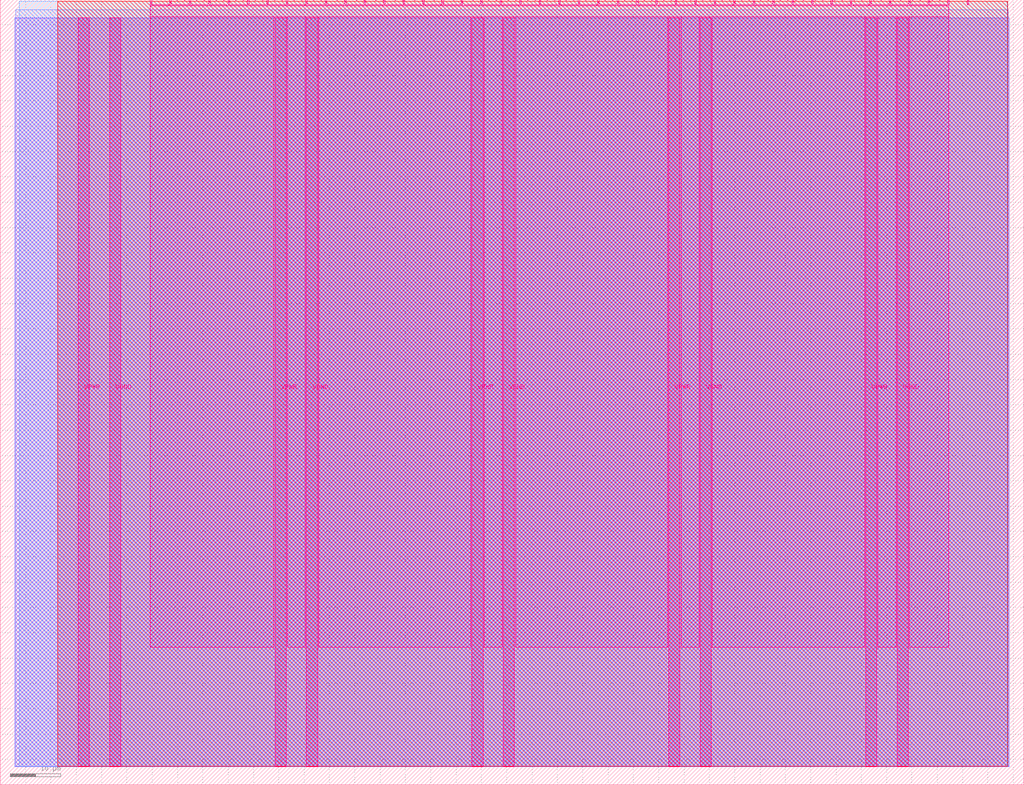
<source format=lef>
VERSION 5.7 ;
  NOWIREEXTENSIONATPIN ON ;
  DIVIDERCHAR "/" ;
  BUSBITCHARS "[]" ;
MACRO tt_um_vga_clock
  CLASS BLOCK ;
  FOREIGN tt_um_vga_clock ;
  ORIGIN 0.000 0.000 ;
  SIZE 202.080 BY 154.980 ;
  PIN VGND
    DIRECTION INOUT ;
    USE GROUND ;
    PORT
      LAYER Metal5 ;
        RECT 21.580 3.560 23.780 151.420 ;
    END
    PORT
      LAYER Metal5 ;
        RECT 60.450 3.560 62.650 151.420 ;
    END
    PORT
      LAYER Metal5 ;
        RECT 99.320 3.560 101.520 151.420 ;
    END
    PORT
      LAYER Metal5 ;
        RECT 138.190 3.560 140.390 151.420 ;
    END
    PORT
      LAYER Metal5 ;
        RECT 177.060 3.560 179.260 151.420 ;
    END
  END VGND
  PIN VPWR
    DIRECTION INOUT ;
    USE POWER ;
    PORT
      LAYER Metal5 ;
        RECT 15.380 3.560 17.580 151.420 ;
    END
    PORT
      LAYER Metal5 ;
        RECT 54.250 3.560 56.450 151.420 ;
    END
    PORT
      LAYER Metal5 ;
        RECT 93.120 3.560 95.320 151.420 ;
    END
    PORT
      LAYER Metal5 ;
        RECT 131.990 3.560 134.190 151.420 ;
    END
    PORT
      LAYER Metal5 ;
        RECT 170.860 3.560 173.060 151.420 ;
    END
  END VPWR
  PIN clk
    DIRECTION INPUT ;
    USE SIGNAL ;
    ANTENNAGATEAREA 0.213200 ;
    PORT
      LAYER Metal5 ;
        RECT 187.050 153.980 187.350 154.980 ;
    END
  END clk
  PIN ena
    DIRECTION INPUT ;
    USE SIGNAL ;
    PORT
      LAYER Metal5 ;
        RECT 190.890 153.980 191.190 154.980 ;
    END
  END ena
  PIN rst_n
    DIRECTION INPUT ;
    USE SIGNAL ;
    ANTENNAGATEAREA 0.426400 ;
    PORT
      LAYER Metal5 ;
        RECT 183.210 153.980 183.510 154.980 ;
    END
  END rst_n
  PIN ui_in[0]
    DIRECTION INPUT ;
    USE SIGNAL ;
    ANTENNAGATEAREA 0.213200 ;
    PORT
      LAYER Metal5 ;
        RECT 179.370 153.980 179.670 154.980 ;
    END
  END ui_in[0]
  PIN ui_in[1]
    DIRECTION INPUT ;
    USE SIGNAL ;
    ANTENNAGATEAREA 0.180700 ;
    PORT
      LAYER Metal5 ;
        RECT 175.530 153.980 175.830 154.980 ;
    END
  END ui_in[1]
  PIN ui_in[2]
    DIRECTION INPUT ;
    USE SIGNAL ;
    ANTENNAGATEAREA 0.213200 ;
    PORT
      LAYER Metal5 ;
        RECT 171.690 153.980 171.990 154.980 ;
    END
  END ui_in[2]
  PIN ui_in[3]
    DIRECTION INPUT ;
    USE SIGNAL ;
    ANTENNAGATEAREA 0.180700 ;
    PORT
      LAYER Metal5 ;
        RECT 167.850 153.980 168.150 154.980 ;
    END
  END ui_in[3]
  PIN ui_in[4]
    DIRECTION INPUT ;
    USE SIGNAL ;
    PORT
      LAYER Metal5 ;
        RECT 164.010 153.980 164.310 154.980 ;
    END
  END ui_in[4]
  PIN ui_in[5]
    DIRECTION INPUT ;
    USE SIGNAL ;
    PORT
      LAYER Metal5 ;
        RECT 160.170 153.980 160.470 154.980 ;
    END
  END ui_in[5]
  PIN ui_in[6]
    DIRECTION INPUT ;
    USE SIGNAL ;
    PORT
      LAYER Metal5 ;
        RECT 156.330 153.980 156.630 154.980 ;
    END
  END ui_in[6]
  PIN ui_in[7]
    DIRECTION INPUT ;
    USE SIGNAL ;
    PORT
      LAYER Metal5 ;
        RECT 152.490 153.980 152.790 154.980 ;
    END
  END ui_in[7]
  PIN uio_in[0]
    DIRECTION INPUT ;
    USE SIGNAL ;
    PORT
      LAYER Metal5 ;
        RECT 148.650 153.980 148.950 154.980 ;
    END
  END uio_in[0]
  PIN uio_in[1]
    DIRECTION INPUT ;
    USE SIGNAL ;
    PORT
      LAYER Metal5 ;
        RECT 144.810 153.980 145.110 154.980 ;
    END
  END uio_in[1]
  PIN uio_in[2]
    DIRECTION INPUT ;
    USE SIGNAL ;
    PORT
      LAYER Metal5 ;
        RECT 140.970 153.980 141.270 154.980 ;
    END
  END uio_in[2]
  PIN uio_in[3]
    DIRECTION INPUT ;
    USE SIGNAL ;
    PORT
      LAYER Metal5 ;
        RECT 137.130 153.980 137.430 154.980 ;
    END
  END uio_in[3]
  PIN uio_in[4]
    DIRECTION INPUT ;
    USE SIGNAL ;
    PORT
      LAYER Metal5 ;
        RECT 133.290 153.980 133.590 154.980 ;
    END
  END uio_in[4]
  PIN uio_in[5]
    DIRECTION INPUT ;
    USE SIGNAL ;
    PORT
      LAYER Metal5 ;
        RECT 129.450 153.980 129.750 154.980 ;
    END
  END uio_in[5]
  PIN uio_in[6]
    DIRECTION INPUT ;
    USE SIGNAL ;
    PORT
      LAYER Metal5 ;
        RECT 125.610 153.980 125.910 154.980 ;
    END
  END uio_in[6]
  PIN uio_in[7]
    DIRECTION INPUT ;
    USE SIGNAL ;
    PORT
      LAYER Metal5 ;
        RECT 121.770 153.980 122.070 154.980 ;
    END
  END uio_in[7]
  PIN uio_oe[0]
    DIRECTION OUTPUT ;
    USE SIGNAL ;
    ANTENNADIFFAREA 0.299200 ;
    PORT
      LAYER Metal5 ;
        RECT 56.490 153.980 56.790 154.980 ;
    END
  END uio_oe[0]
  PIN uio_oe[1]
    DIRECTION OUTPUT ;
    USE SIGNAL ;
    ANTENNADIFFAREA 0.299200 ;
    PORT
      LAYER Metal5 ;
        RECT 52.650 153.980 52.950 154.980 ;
    END
  END uio_oe[1]
  PIN uio_oe[2]
    DIRECTION OUTPUT ;
    USE SIGNAL ;
    ANTENNADIFFAREA 0.299200 ;
    PORT
      LAYER Metal5 ;
        RECT 48.810 153.980 49.110 154.980 ;
    END
  END uio_oe[2]
  PIN uio_oe[3]
    DIRECTION OUTPUT ;
    USE SIGNAL ;
    ANTENNADIFFAREA 0.299200 ;
    PORT
      LAYER Metal5 ;
        RECT 44.970 153.980 45.270 154.980 ;
    END
  END uio_oe[3]
  PIN uio_oe[4]
    DIRECTION OUTPUT ;
    USE SIGNAL ;
    ANTENNADIFFAREA 0.299200 ;
    PORT
      LAYER Metal5 ;
        RECT 41.130 153.980 41.430 154.980 ;
    END
  END uio_oe[4]
  PIN uio_oe[5]
    DIRECTION OUTPUT ;
    USE SIGNAL ;
    ANTENNADIFFAREA 0.299200 ;
    PORT
      LAYER Metal5 ;
        RECT 37.290 153.980 37.590 154.980 ;
    END
  END uio_oe[5]
  PIN uio_oe[6]
    DIRECTION OUTPUT ;
    USE SIGNAL ;
    ANTENNADIFFAREA 0.299200 ;
    PORT
      LAYER Metal5 ;
        RECT 33.450 153.980 33.750 154.980 ;
    END
  END uio_oe[6]
  PIN uio_oe[7]
    DIRECTION OUTPUT ;
    USE SIGNAL ;
    ANTENNADIFFAREA 0.299200 ;
    PORT
      LAYER Metal5 ;
        RECT 29.610 153.980 29.910 154.980 ;
    END
  END uio_oe[7]
  PIN uio_out[0]
    DIRECTION OUTPUT ;
    USE SIGNAL ;
    ANTENNADIFFAREA 0.299200 ;
    PORT
      LAYER Metal5 ;
        RECT 87.210 153.980 87.510 154.980 ;
    END
  END uio_out[0]
  PIN uio_out[1]
    DIRECTION OUTPUT ;
    USE SIGNAL ;
    ANTENNADIFFAREA 0.299200 ;
    PORT
      LAYER Metal5 ;
        RECT 83.370 153.980 83.670 154.980 ;
    END
  END uio_out[1]
  PIN uio_out[2]
    DIRECTION OUTPUT ;
    USE SIGNAL ;
    ANTENNADIFFAREA 0.299200 ;
    PORT
      LAYER Metal5 ;
        RECT 79.530 153.980 79.830 154.980 ;
    END
  END uio_out[2]
  PIN uio_out[3]
    DIRECTION OUTPUT ;
    USE SIGNAL ;
    ANTENNADIFFAREA 0.299200 ;
    PORT
      LAYER Metal5 ;
        RECT 75.690 153.980 75.990 154.980 ;
    END
  END uio_out[3]
  PIN uio_out[4]
    DIRECTION OUTPUT ;
    USE SIGNAL ;
    ANTENNADIFFAREA 0.299200 ;
    PORT
      LAYER Metal5 ;
        RECT 71.850 153.980 72.150 154.980 ;
    END
  END uio_out[4]
  PIN uio_out[5]
    DIRECTION OUTPUT ;
    USE SIGNAL ;
    ANTENNADIFFAREA 0.299200 ;
    PORT
      LAYER Metal5 ;
        RECT 68.010 153.980 68.310 154.980 ;
    END
  END uio_out[5]
  PIN uio_out[6]
    DIRECTION OUTPUT ;
    USE SIGNAL ;
    ANTENNADIFFAREA 0.299200 ;
    PORT
      LAYER Metal5 ;
        RECT 64.170 153.980 64.470 154.980 ;
    END
  END uio_out[6]
  PIN uio_out[7]
    DIRECTION OUTPUT ;
    USE SIGNAL ;
    ANTENNADIFFAREA 0.299200 ;
    PORT
      LAYER Metal5 ;
        RECT 60.330 153.980 60.630 154.980 ;
    END
  END uio_out[7]
  PIN uo_out[0]
    DIRECTION OUTPUT ;
    USE SIGNAL ;
    ANTENNADIFFAREA 0.988000 ;
    PORT
      LAYER Metal5 ;
        RECT 117.930 153.980 118.230 154.980 ;
    END
  END uo_out[0]
  PIN uo_out[1]
    DIRECTION OUTPUT ;
    USE SIGNAL ;
    ANTENNADIFFAREA 0.988000 ;
    PORT
      LAYER Metal5 ;
        RECT 114.090 153.980 114.390 154.980 ;
    END
  END uo_out[1]
  PIN uo_out[2]
    DIRECTION OUTPUT ;
    USE SIGNAL ;
    ANTENNADIFFAREA 0.662000 ;
    PORT
      LAYER Metal5 ;
        RECT 110.250 153.980 110.550 154.980 ;
    END
  END uo_out[2]
  PIN uo_out[3]
    DIRECTION OUTPUT ;
    USE SIGNAL ;
    ANTENNADIFFAREA 0.662000 ;
    PORT
      LAYER Metal5 ;
        RECT 106.410 153.980 106.710 154.980 ;
    END
  END uo_out[3]
  PIN uo_out[4]
    DIRECTION OUTPUT ;
    USE SIGNAL ;
    ANTENNADIFFAREA 0.662000 ;
    PORT
      LAYER Metal5 ;
        RECT 102.570 153.980 102.870 154.980 ;
    END
  END uo_out[4]
  PIN uo_out[5]
    DIRECTION OUTPUT ;
    USE SIGNAL ;
    ANTENNADIFFAREA 0.662000 ;
    PORT
      LAYER Metal5 ;
        RECT 98.730 153.980 99.030 154.980 ;
    END
  END uo_out[5]
  PIN uo_out[6]
    DIRECTION OUTPUT ;
    USE SIGNAL ;
    ANTENNADIFFAREA 0.662000 ;
    PORT
      LAYER Metal5 ;
        RECT 94.890 153.980 95.190 154.980 ;
    END
  END uo_out[6]
  PIN uo_out[7]
    DIRECTION OUTPUT ;
    USE SIGNAL ;
    ANTENNADIFFAREA 0.662000 ;
    PORT
      LAYER Metal5 ;
        RECT 91.050 153.980 91.350 154.980 ;
    END
  END uo_out[7]
  OBS
      LAYER GatPoly ;
        RECT 2.880 3.630 199.200 151.350 ;
      LAYER Metal1 ;
        RECT 2.880 3.560 199.200 151.420 ;
      LAYER Metal2 ;
        RECT 3.085 3.680 198.995 152.980 ;
      LAYER Metal3 ;
        RECT 3.740 3.635 198.820 154.705 ;
      LAYER Metal4 ;
        RECT 11.375 3.680 198.865 154.660 ;
      LAYER Metal5 ;
        RECT 30.120 153.770 33.240 153.980 ;
        RECT 33.960 153.770 37.080 153.980 ;
        RECT 37.800 153.770 40.920 153.980 ;
        RECT 41.640 153.770 44.760 153.980 ;
        RECT 45.480 153.770 48.600 153.980 ;
        RECT 49.320 153.770 52.440 153.980 ;
        RECT 53.160 153.770 56.280 153.980 ;
        RECT 57.000 153.770 60.120 153.980 ;
        RECT 60.840 153.770 63.960 153.980 ;
        RECT 64.680 153.770 67.800 153.980 ;
        RECT 68.520 153.770 71.640 153.980 ;
        RECT 72.360 153.770 75.480 153.980 ;
        RECT 76.200 153.770 79.320 153.980 ;
        RECT 80.040 153.770 83.160 153.980 ;
        RECT 83.880 153.770 87.000 153.980 ;
        RECT 87.720 153.770 90.840 153.980 ;
        RECT 91.560 153.770 94.680 153.980 ;
        RECT 95.400 153.770 98.520 153.980 ;
        RECT 99.240 153.770 102.360 153.980 ;
        RECT 103.080 153.770 106.200 153.980 ;
        RECT 106.920 153.770 110.040 153.980 ;
        RECT 110.760 153.770 113.880 153.980 ;
        RECT 114.600 153.770 117.720 153.980 ;
        RECT 118.440 153.770 121.560 153.980 ;
        RECT 122.280 153.770 125.400 153.980 ;
        RECT 126.120 153.770 129.240 153.980 ;
        RECT 129.960 153.770 133.080 153.980 ;
        RECT 133.800 153.770 136.920 153.980 ;
        RECT 137.640 153.770 140.760 153.980 ;
        RECT 141.480 153.770 144.600 153.980 ;
        RECT 145.320 153.770 148.440 153.980 ;
        RECT 149.160 153.770 152.280 153.980 ;
        RECT 153.000 153.770 156.120 153.980 ;
        RECT 156.840 153.770 159.960 153.980 ;
        RECT 160.680 153.770 163.800 153.980 ;
        RECT 164.520 153.770 167.640 153.980 ;
        RECT 168.360 153.770 171.480 153.980 ;
        RECT 172.200 153.770 175.320 153.980 ;
        RECT 176.040 153.770 179.160 153.980 ;
        RECT 179.880 153.770 183.000 153.980 ;
        RECT 183.720 153.770 186.840 153.980 ;
        RECT 29.660 151.630 187.300 153.770 ;
        RECT 29.660 27.155 54.040 151.630 ;
        RECT 56.660 27.155 60.240 151.630 ;
        RECT 62.860 27.155 92.910 151.630 ;
        RECT 95.530 27.155 99.110 151.630 ;
        RECT 101.730 27.155 131.780 151.630 ;
        RECT 134.400 27.155 137.980 151.630 ;
        RECT 140.600 27.155 170.650 151.630 ;
        RECT 173.270 27.155 176.850 151.630 ;
        RECT 179.470 27.155 187.300 151.630 ;
  END
END tt_um_vga_clock
END LIBRARY


</source>
